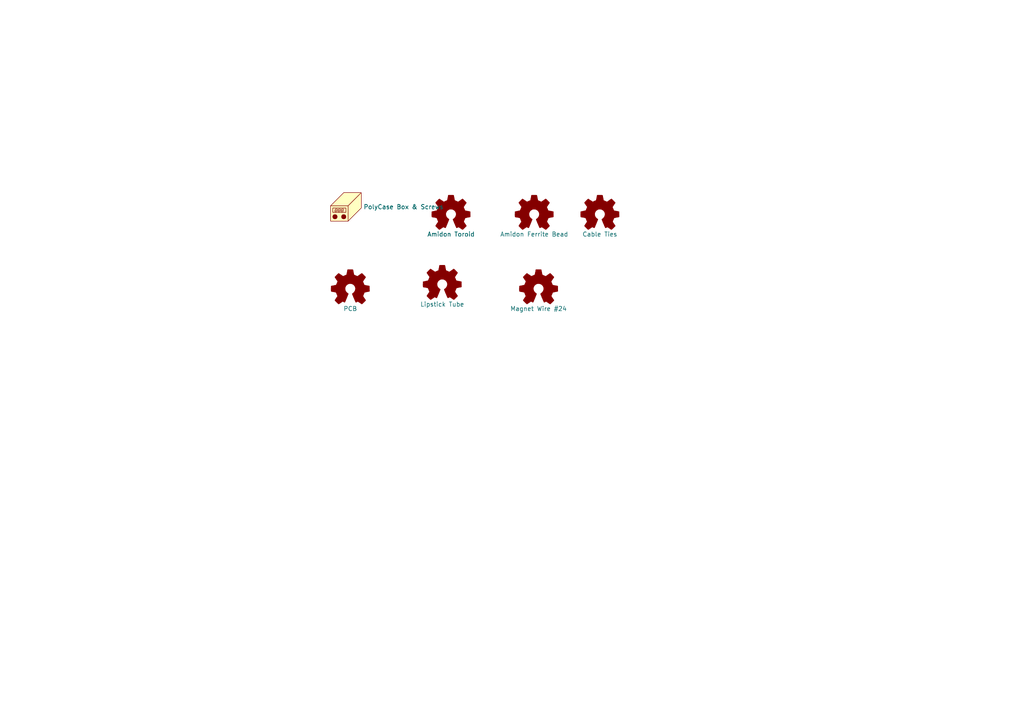
<source format=kicad_sch>
(kicad_sch (version 20250114) (generator "eeschema") (generator_version "9.0")
  (paper "A4")
  (title_block (title "80m Vertical Dipole Fox Antenna") (date "2025-12-30") (rev "X1.0"))
  (lib_symbols
    (symbol "Graphic:Logo_Open_Hardware_Small" (exclude_from_sim yes) (on_board no)
      (property "Value" "Amidon Ferrite Bead" (at 0 -5.715 0))
      (symbol "Logo_Open_Hardware_Small_0_1"
        (polyline (pts (xy 3.3528 -4.3434) (xy 3.302 -4.318) (xy 3.175 -4.2418) (xy 2.9972 -4.1148) (xy 2.7686 -3.9624) (xy 2.54 -3.81) (xy 2.3622 -3.7084) (xy 2.2352 -3.6068) (xy 2.1844 -3.5814) (xy 2.159 -3.6068) (xy 2.0574 -3.6576) (xy 1.905 -3.7338) (xy 1.8034 -3.7846) (xy 1.6764 -3.8354) (xy 1.6002 -3.8354) (xy 1.6002 -3.8354) (xy 1.5494 -3.7338) (xy 1.4732 -3.5306) (xy 1.3462 -3.302) (xy 1.2446 -3.0226) (xy 1.1176 -2.7178) (xy 0.9652 -2.413) (xy 0.8636 -2.1082) (xy 0.7366 -1.8288) (xy 0.6604 -1.6256) (xy 0.6096 -1.4732) (xy 0.5842 -1.397) (xy 0.5842 -1.397) (xy 0.6604 -1.3208) (xy 0.7874 -1.2446) (xy 1.0414 -1.016) (xy 1.2954 -0.6858) (xy 1.4478 -0.3302) (xy 1.524 0.0762) (xy 1.4732 0.4572) (xy 1.3208 0.8128) (xy 1.0668 1.143) (xy 0.762 1.3716) (xy 0.4064 1.524) (xy 0 1.5748) (xy -0.381 1.5494) (xy -0.7366 1.397) (xy -1.0668 1.143) (xy -1.2192 0.9906) (xy -1.397 0.6604) (xy -1.524 0.3048) (xy -1.524 0.2286) (xy -1.4986 -0.1778) (xy -1.397 -0.5334) (xy -1.1938 -0.8636) (xy -0.9144 -1.143) (xy -0.8636 -1.1684) (xy -0.7366 -1.27) (xy -0.635 -1.3462) (xy -0.5842 -1.397) (xy -1.0668 -2.5908) (xy -1.143 -2.794) (xy -1.2954 -3.1242) (xy -1.397 -3.4036) (xy -1.4986 -3.6322) (xy -1.5748 -3.7846) (xy -1.6002 -3.8354) (xy -1.6002 -3.8354) (xy -1.651 -3.8354) (xy -1.7272 -3.81) (xy -1.905 -3.7338) (xy -2.0066 -3.683) (xy -2.1336 -3.6068) (xy -2.2098 -3.5814) (xy -2.2606 -3.6068) (xy -2.3622 -3.683) (xy -2.54 -3.81) (xy -2.7686 -3.9624) (xy -2.9718 -4.0894) (xy -3.1496 -4.2164) (xy -3.302 -4.318) (xy -3.3528 -4.3434) (xy -3.3782 -4.3434) (xy -3.429 -4.318) (xy -3.5306 -4.2164) (xy -3.7084 -4.064) (xy -3.937 -3.8354) (xy -3.9624 -3.81) (xy -4.1656 -3.6068) (xy -4.318 -3.4544) (xy -4.4196 -3.3274) (xy -4.445 -3.2766) (xy -4.445 -3.2766) (xy -4.4196 -3.2258) (xy -4.318 -3.0734) (xy -4.2164 -2.8956) (xy -4.064 -2.667) (xy -3.6576 -2.0828) (xy -3.8862 -1.5494) (xy -3.937 -1.3716) (xy -4.0386 -1.1684) (xy -4.0894 -1.0414) (xy -4.1148 -0.9652) (xy -4.191 -0.9398) (xy -4.318 -0.9144) (xy -4.5466 -0.8636) (xy -4.8006 -0.8128) (xy -5.0546 -0.7874) (xy -5.2578 -0.7366) (xy -5.4356 -0.7112) (xy -5.5118 -0.6858) (xy -5.5118 -0.6858) (xy -5.5372 -0.635) (xy -5.5372 -0.5588) (xy -5.5372 -0.4318) (xy -5.5626 -0.2286) (xy -5.5626 0.0762) (xy -5.5626 0.127) (xy -5.5372 0.4064) (xy -5.5372 0.635) (xy -5.5372 0.762) (xy -5.5372 0.8382) (xy -5.5372 0.8382) (xy -5.461 0.8382) (xy -5.3086 0.889) (xy -5.08 0.9144) (xy -4.826 0.9652) (xy -4.8006 0.9906) (xy -4.5466 1.0414) (xy -4.318 1.0668) (xy -4.1656 1.1176) (xy -4.0894 1.143) (xy -4.0894 1.143) (xy -4.0386 1.2446) (xy -3.9624 1.4224) (xy -3.8608 1.6256) (xy -3.7846 1.8288) (xy -3.7084 2.0066) (xy -3.6576 2.159) (xy -3.6322 2.2098) (xy -3.6322 2.2098) (xy -3.683 2.286) (xy -3.7592 2.413) (xy -3.8862 2.5908) (xy -4.064 2.8194) (xy -4.064 2.8448) (xy -4.2164 3.0734) (xy -4.3434 3.2512) (xy -4.4196 3.3782) (xy -4.445 3.4544) (xy -4.445 3.4544) (xy -4.3942 3.5052) (xy -4.2926 3.6322) (xy -4.1148 3.81) (xy -3.937 4.0132) (xy -3.8608 4.064) (xy -3.6576 4.2926) (xy -3.5052 4.4196) (xy -3.4036 4.4958) (xy -3.3528 4.5212) (xy -3.3528 4.5212) (xy -3.302 4.4704) (xy -3.1496 4.3688) (xy -2.9718 4.2418) (xy -2.7432 4.0894) (xy -2.7178 4.0894) (xy -2.4892 3.937) (xy -2.3114 3.81) (xy -2.1844 3.7084) (xy -2.1336 3.683) (xy -2.1082 3.683) (xy -2.032 3.7084) (xy -1.8542 3.7592) (xy -1.6764 3.8354) (xy -1.4732 3.937) (xy -1.27 4.0132) (xy -1.143 4.064) (xy -1.0668 4.1148) (xy -1.0668 4.1148) (xy -1.0414 4.191) (xy -1.016 4.3434) (xy -0.9652 4.572) (xy -0.9144 4.8514) (xy -0.889 4.9022) (xy -0.8382 5.1562) (xy -0.8128 5.3848) (xy -0.7874 5.5372) (xy -0.762 5.588) (xy -0.7112 5.6134) (xy -0.5842 5.6134) (xy -0.4064 5.6134) (xy -0.1524 5.6134) (xy 0.0762 5.6134) (xy 0.3302 5.6134) (xy 0.5334 5.6134) (xy 0.6858 5.588) (xy 0.7366 5.588) (xy 0.7366 5.588) (xy 0.762 5.5118) (xy 0.8128 5.334) (xy 0.8382 5.1054) (xy 0.9144 4.826) (xy 0.9144 4.7752) (xy 0.9652 4.5212) (xy 1.016 4.2926) (xy 1.0414 4.1402) (xy 1.0668 4.0894) (xy 1.0668 4.0894) (xy 1.1938 4.0386) (xy 1.3716 3.9624) (xy 1.5748 3.8608) (xy 2.0828 3.6576) (xy 2.7178 4.0894) (xy 2.7686 4.1402) (xy 2.9972 4.2926) (xy 3.175 4.4196) (xy 3.302 4.4958) (xy 3.3782 4.5212) (xy 3.3782 4.5212) (xy 3.429 4.4704) (xy 3.556 4.3434) (xy 3.7338 4.191) (xy 3.9116 3.9878) (xy 4.064 3.8354) (xy 4.2418 3.6576) (xy 4.3434 3.556) (xy 4.4196 3.4798) (xy 4.4196 3.429) (xy 4.4196 3.4036) (xy 4.3942 3.3274) (xy 4.2926 3.2004) (xy 4.1656 2.9972) (xy 4.0132 2.794) (xy 3.8862 2.5908) (xy 3.7592 2.3876) (xy 3.6576 2.2352) (xy 3.6322 2.159) (xy 3.6322 2.1336) (xy 3.683 2.0066) (xy 3.7592 1.8288) (xy 3.8608 1.6002) (xy 4.064 1.1176) (xy 4.3942 1.0414) (xy 4.5974 1.016) (xy 4.8768 0.9652) (xy 5.1308 0.9144) (xy 5.5372 0.8382) (xy 5.5626 -0.6604) (xy 5.4864 -0.6858) (xy 5.4356 -0.6858) (xy 5.2832 -0.7366) (xy 5.0546 -0.762) (xy 4.8006 -0.8128) (xy 4.5974 -0.8636) (xy 4.3688 -0.9144) (xy 4.2164 -0.9398) (xy 4.1402 -0.9398) (xy 4.1148 -0.9652) (xy 4.064 -1.0668) (xy 3.9878 -1.2446) (xy 3.9116 -1.4478) (xy 3.81 -1.651) (xy 3.7338 -1.8542) (xy 3.683 -2.0066) (xy 3.6576 -2.0828) (xy 3.683 -2.1336) (xy 3.7846 -2.2606) (xy 3.8862 -2.4638) (xy 4.0386 -2.667) (xy 4.191 -2.8956) (xy 4.318 -3.0734) (xy 4.3942 -3.2004) (xy 4.445 -3.2766) (xy 4.4196 -3.3274) (xy 4.3434 -3.429) (xy 4.1656 -3.5814) (xy 3.937 -3.8354) (xy 3.8862 -3.8608) (xy 3.683 -4.064) (xy 3.5306 -4.2164) (xy 3.4036 -4.318) (xy 3.3528 -4.3434)) (fill (type outline)))
      )
    )
    (symbol "Logo_Open_Hardware_Small_1" (exclude_from_sim yes) (on_board no)
      (property "Value" "Amidon Ferrite Bead" (at 0 -5.715 0))
      (symbol "Logo_Open_Hardware_Small_1_0_1"
        (polyline (pts (xy 3.3528 -4.3434) (xy 3.302 -4.318) (xy 3.175 -4.2418) (xy 2.9972 -4.1148) (xy 2.7686 -3.9624) (xy 2.54 -3.81) (xy 2.3622 -3.7084) (xy 2.2352 -3.6068) (xy 2.1844 -3.5814) (xy 2.159 -3.6068) (xy 2.0574 -3.6576) (xy 1.905 -3.7338) (xy 1.8034 -3.7846) (xy 1.6764 -3.8354) (xy 1.6002 -3.8354) (xy 1.6002 -3.8354) (xy 1.5494 -3.7338) (xy 1.4732 -3.5306) (xy 1.3462 -3.302) (xy 1.2446 -3.0226) (xy 1.1176 -2.7178) (xy 0.9652 -2.413) (xy 0.8636 -2.1082) (xy 0.7366 -1.8288) (xy 0.6604 -1.6256) (xy 0.6096 -1.4732) (xy 0.5842 -1.397) (xy 0.5842 -1.397) (xy 0.6604 -1.3208) (xy 0.7874 -1.2446) (xy 1.0414 -1.016) (xy 1.2954 -0.6858) (xy 1.4478 -0.3302) (xy 1.524 0.0762) (xy 1.4732 0.4572) (xy 1.3208 0.8128) (xy 1.0668 1.143) (xy 0.762 1.3716) (xy 0.4064 1.524) (xy 0 1.5748) (xy -0.381 1.5494) (xy -0.7366 1.397) (xy -1.0668 1.143) (xy -1.2192 0.9906) (xy -1.397 0.6604) (xy -1.524 0.3048) (xy -1.524 0.2286) (xy -1.4986 -0.1778) (xy -1.397 -0.5334) (xy -1.1938 -0.8636) (xy -0.9144 -1.143) (xy -0.8636 -1.1684) (xy -0.7366 -1.27) (xy -0.635 -1.3462) (xy -0.5842 -1.397) (xy -1.0668 -2.5908) (xy -1.143 -2.794) (xy -1.2954 -3.1242) (xy -1.397 -3.4036) (xy -1.4986 -3.6322) (xy -1.5748 -3.7846) (xy -1.6002 -3.8354) (xy -1.6002 -3.8354) (xy -1.651 -3.8354) (xy -1.7272 -3.81) (xy -1.905 -3.7338) (xy -2.0066 -3.683) (xy -2.1336 -3.6068) (xy -2.2098 -3.5814) (xy -2.2606 -3.6068) (xy -2.3622 -3.683) (xy -2.54 -3.81) (xy -2.7686 -3.9624) (xy -2.9718 -4.0894) (xy -3.1496 -4.2164) (xy -3.302 -4.318) (xy -3.3528 -4.3434) (xy -3.3782 -4.3434) (xy -3.429 -4.318) (xy -3.5306 -4.2164) (xy -3.7084 -4.064) (xy -3.937 -3.8354) (xy -3.9624 -3.81) (xy -4.1656 -3.6068) (xy -4.318 -3.4544) (xy -4.4196 -3.3274) (xy -4.445 -3.2766) (xy -4.445 -3.2766) (xy -4.4196 -3.2258) (xy -4.318 -3.0734) (xy -4.2164 -2.8956) (xy -4.064 -2.667) (xy -3.6576 -2.0828) (xy -3.8862 -1.5494) (xy -3.937 -1.3716) (xy -4.0386 -1.1684) (xy -4.0894 -1.0414) (xy -4.1148 -0.9652) (xy -4.191 -0.9398) (xy -4.318 -0.9144) (xy -4.5466 -0.8636) (xy -4.8006 -0.8128) (xy -5.0546 -0.7874) (xy -5.2578 -0.7366) (xy -5.4356 -0.7112) (xy -5.5118 -0.6858) (xy -5.5118 -0.6858) (xy -5.5372 -0.635) (xy -5.5372 -0.5588) (xy -5.5372 -0.4318) (xy -5.5626 -0.2286) (xy -5.5626 0.0762) (xy -5.5626 0.127) (xy -5.5372 0.4064) (xy -5.5372 0.635) (xy -5.5372 0.762) (xy -5.5372 0.8382) (xy -5.5372 0.8382) (xy -5.461 0.8382) (xy -5.3086 0.889) (xy -5.08 0.9144) (xy -4.826 0.9652) (xy -4.8006 0.9906) (xy -4.5466 1.0414) (xy -4.318 1.0668) (xy -4.1656 1.1176) (xy -4.0894 1.143) (xy -4.0894 1.143) (xy -4.0386 1.2446) (xy -3.9624 1.4224) (xy -3.8608 1.6256) (xy -3.7846 1.8288) (xy -3.7084 2.0066) (xy -3.6576 2.159) (xy -3.6322 2.2098) (xy -3.6322 2.2098) (xy -3.683 2.286) (xy -3.7592 2.413) (xy -3.8862 2.5908) (xy -4.064 2.8194) (xy -4.064 2.8448) (xy -4.2164 3.0734) (xy -4.3434 3.2512) (xy -4.4196 3.3782) (xy -4.445 3.4544) (xy -4.445 3.4544) (xy -4.3942 3.5052) (xy -4.2926 3.6322) (xy -4.1148 3.81) (xy -3.937 4.0132) (xy -3.8608 4.064) (xy -3.6576 4.2926) (xy -3.5052 4.4196) (xy -3.4036 4.4958) (xy -3.3528 4.5212) (xy -3.3528 4.5212) (xy -3.302 4.4704) (xy -3.1496 4.3688) (xy -2.9718 4.2418) (xy -2.7432 4.0894) (xy -2.7178 4.0894) (xy -2.4892 3.937) (xy -2.3114 3.81) (xy -2.1844 3.7084) (xy -2.1336 3.683) (xy -2.1082 3.683) (xy -2.032 3.7084) (xy -1.8542 3.7592) (xy -1.6764 3.8354) (xy -1.4732 3.937) (xy -1.27 4.0132) (xy -1.143 4.064) (xy -1.0668 4.1148) (xy -1.0668 4.1148) (xy -1.0414 4.191) (xy -1.016 4.3434) (xy -0.9652 4.572) (xy -0.9144 4.8514) (xy -0.889 4.9022) (xy -0.8382 5.1562) (xy -0.8128 5.3848) (xy -0.7874 5.5372) (xy -0.762 5.588) (xy -0.7112 5.6134) (xy -0.5842 5.6134) (xy -0.4064 5.6134) (xy -0.1524 5.6134) (xy 0.0762 5.6134) (xy 0.3302 5.6134) (xy 0.5334 5.6134) (xy 0.6858 5.588) (xy 0.7366 5.588) (xy 0.7366 5.588) (xy 0.762 5.5118) (xy 0.8128 5.334) (xy 0.8382 5.1054) (xy 0.9144 4.826) (xy 0.9144 4.7752) (xy 0.9652 4.5212) (xy 1.016 4.2926) (xy 1.0414 4.1402) (xy 1.0668 4.0894) (xy 1.0668 4.0894) (xy 1.1938 4.0386) (xy 1.3716 3.9624) (xy 1.5748 3.8608) (xy 2.0828 3.6576) (xy 2.7178 4.0894) (xy 2.7686 4.1402) (xy 2.9972 4.2926) (xy 3.175 4.4196) (xy 3.302 4.4958) (xy 3.3782 4.5212) (xy 3.3782 4.5212) (xy 3.429 4.4704) (xy 3.556 4.3434) (xy 3.7338 4.191) (xy 3.9116 3.9878) (xy 4.064 3.8354) (xy 4.2418 3.6576) (xy 4.3434 3.556) (xy 4.4196 3.4798) (xy 4.4196 3.429) (xy 4.4196 3.4036) (xy 4.3942 3.3274) (xy 4.2926 3.2004) (xy 4.1656 2.9972) (xy 4.0132 2.794) (xy 3.8862 2.5908) (xy 3.7592 2.3876) (xy 3.6576 2.2352) (xy 3.6322 2.159) (xy 3.6322 2.1336) (xy 3.683 2.0066) (xy 3.7592 1.8288) (xy 3.8608 1.6002) (xy 4.064 1.1176) (xy 4.3942 1.0414) (xy 4.5974 1.016) (xy 4.8768 0.9652) (xy 5.1308 0.9144) (xy 5.5372 0.8382) (xy 5.5626 -0.6604) (xy 5.4864 -0.6858) (xy 5.4356 -0.6858) (xy 5.2832 -0.7366) (xy 5.0546 -0.762) (xy 4.8006 -0.8128) (xy 4.5974 -0.8636) (xy 4.3688 -0.9144) (xy 4.2164 -0.9398) (xy 4.1402 -0.9398) (xy 4.1148 -0.9652) (xy 4.064 -1.0668) (xy 3.9878 -1.2446) (xy 3.9116 -1.4478) (xy 3.81 -1.651) (xy 3.7338 -1.8542) (xy 3.683 -2.0066) (xy 3.6576 -2.0828) (xy 3.683 -2.1336) (xy 3.7846 -2.2606) (xy 3.8862 -2.4638) (xy 4.0386 -2.667) (xy 4.191 -2.8956) (xy 4.318 -3.0734) (xy 4.3942 -3.2004) (xy 4.445 -3.2766) (xy 4.4196 -3.3274) (xy 4.3434 -3.429) (xy 4.1656 -3.5814) (xy 3.937 -3.8354) (xy 3.8862 -3.8608) (xy 3.683 -4.064) (xy 3.5306 -4.2164) (xy 3.4036 -4.318) (xy 3.3528 -4.3434)) (fill (type outline)))
      )
    )
    (symbol "Logo_Open_Hardware_Small_2" (exclude_from_sim yes) (on_board no)
      (property "Value" "Amidon Ferrite Bead" (at 0 -5.715 0))
      (symbol "Logo_Open_Hardware_Small_2_0_1"
        (polyline (pts (xy 3.3528 -4.3434) (xy 3.302 -4.318) (xy 3.175 -4.2418) (xy 2.9972 -4.1148) (xy 2.7686 -3.9624) (xy 2.54 -3.81) (xy 2.3622 -3.7084) (xy 2.2352 -3.6068) (xy 2.1844 -3.5814) (xy 2.159 -3.6068) (xy 2.0574 -3.6576) (xy 1.905 -3.7338) (xy 1.8034 -3.7846) (xy 1.6764 -3.8354) (xy 1.6002 -3.8354) (xy 1.6002 -3.8354) (xy 1.5494 -3.7338) (xy 1.4732 -3.5306) (xy 1.3462 -3.302) (xy 1.2446 -3.0226) (xy 1.1176 -2.7178) (xy 0.9652 -2.413) (xy 0.8636 -2.1082) (xy 0.7366 -1.8288) (xy 0.6604 -1.6256) (xy 0.6096 -1.4732) (xy 0.5842 -1.397) (xy 0.5842 -1.397) (xy 0.6604 -1.3208) (xy 0.7874 -1.2446) (xy 1.0414 -1.016) (xy 1.2954 -0.6858) (xy 1.4478 -0.3302) (xy 1.524 0.0762) (xy 1.4732 0.4572) (xy 1.3208 0.8128) (xy 1.0668 1.143) (xy 0.762 1.3716) (xy 0.4064 1.524) (xy 0 1.5748) (xy -0.381 1.5494) (xy -0.7366 1.397) (xy -1.0668 1.143) (xy -1.2192 0.9906) (xy -1.397 0.6604) (xy -1.524 0.3048) (xy -1.524 0.2286) (xy -1.4986 -0.1778) (xy -1.397 -0.5334) (xy -1.1938 -0.8636) (xy -0.9144 -1.143) (xy -0.8636 -1.1684) (xy -0.7366 -1.27) (xy -0.635 -1.3462) (xy -0.5842 -1.397) (xy -1.0668 -2.5908) (xy -1.143 -2.794) (xy -1.2954 -3.1242) (xy -1.397 -3.4036) (xy -1.4986 -3.6322) (xy -1.5748 -3.7846) (xy -1.6002 -3.8354) (xy -1.6002 -3.8354) (xy -1.651 -3.8354) (xy -1.7272 -3.81) (xy -1.905 -3.7338) (xy -2.0066 -3.683) (xy -2.1336 -3.6068) (xy -2.2098 -3.5814) (xy -2.2606 -3.6068) (xy -2.3622 -3.683) (xy -2.54 -3.81) (xy -2.7686 -3.9624) (xy -2.9718 -4.0894) (xy -3.1496 -4.2164) (xy -3.302 -4.318) (xy -3.3528 -4.3434) (xy -3.3782 -4.3434) (xy -3.429 -4.318) (xy -3.5306 -4.2164) (xy -3.7084 -4.064) (xy -3.937 -3.8354) (xy -3.9624 -3.81) (xy -4.1656 -3.6068) (xy -4.318 -3.4544) (xy -4.4196 -3.3274) (xy -4.445 -3.2766) (xy -4.445 -3.2766) (xy -4.4196 -3.2258) (xy -4.318 -3.0734) (xy -4.2164 -2.8956) (xy -4.064 -2.667) (xy -3.6576 -2.0828) (xy -3.8862 -1.5494) (xy -3.937 -1.3716) (xy -4.0386 -1.1684) (xy -4.0894 -1.0414) (xy -4.1148 -0.9652) (xy -4.191 -0.9398) (xy -4.318 -0.9144) (xy -4.5466 -0.8636) (xy -4.8006 -0.8128) (xy -5.0546 -0.7874) (xy -5.2578 -0.7366) (xy -5.4356 -0.7112) (xy -5.5118 -0.6858) (xy -5.5118 -0.6858) (xy -5.5372 -0.635) (xy -5.5372 -0.5588) (xy -5.5372 -0.4318) (xy -5.5626 -0.2286) (xy -5.5626 0.0762) (xy -5.5626 0.127) (xy -5.5372 0.4064) (xy -5.5372 0.635) (xy -5.5372 0.762) (xy -5.5372 0.8382) (xy -5.5372 0.8382) (xy -5.461 0.8382) (xy -5.3086 0.889) (xy -5.08 0.9144) (xy -4.826 0.9652) (xy -4.8006 0.9906) (xy -4.5466 1.0414) (xy -4.318 1.0668) (xy -4.1656 1.1176) (xy -4.0894 1.143) (xy -4.0894 1.143) (xy -4.0386 1.2446) (xy -3.9624 1.4224) (xy -3.8608 1.6256) (xy -3.7846 1.8288) (xy -3.7084 2.0066) (xy -3.6576 2.159) (xy -3.6322 2.2098) (xy -3.6322 2.2098) (xy -3.683 2.286) (xy -3.7592 2.413) (xy -3.8862 2.5908) (xy -4.064 2.8194) (xy -4.064 2.8448) (xy -4.2164 3.0734) (xy -4.3434 3.2512) (xy -4.4196 3.3782) (xy -4.445 3.4544) (xy -4.445 3.4544) (xy -4.3942 3.5052) (xy -4.2926 3.6322) (xy -4.1148 3.81) (xy -3.937 4.0132) (xy -3.8608 4.064) (xy -3.6576 4.2926) (xy -3.5052 4.4196) (xy -3.4036 4.4958) (xy -3.3528 4.5212) (xy -3.3528 4.5212) (xy -3.302 4.4704) (xy -3.1496 4.3688) (xy -2.9718 4.2418) (xy -2.7432 4.0894) (xy -2.7178 4.0894) (xy -2.4892 3.937) (xy -2.3114 3.81) (xy -2.1844 3.7084) (xy -2.1336 3.683) (xy -2.1082 3.683) (xy -2.032 3.7084) (xy -1.8542 3.7592) (xy -1.6764 3.8354) (xy -1.4732 3.937) (xy -1.27 4.0132) (xy -1.143 4.064) (xy -1.0668 4.1148) (xy -1.0668 4.1148) (xy -1.0414 4.191) (xy -1.016 4.3434) (xy -0.9652 4.572) (xy -0.9144 4.8514) (xy -0.889 4.9022) (xy -0.8382 5.1562) (xy -0.8128 5.3848) (xy -0.7874 5.5372) (xy -0.762 5.588) (xy -0.7112 5.6134) (xy -0.5842 5.6134) (xy -0.4064 5.6134) (xy -0.1524 5.6134) (xy 0.0762 5.6134) (xy 0.3302 5.6134) (xy 0.5334 5.6134) (xy 0.6858 5.588) (xy 0.7366 5.588) (xy 0.7366 5.588) (xy 0.762 5.5118) (xy 0.8128 5.334) (xy 0.8382 5.1054) (xy 0.9144 4.826) (xy 0.9144 4.7752) (xy 0.9652 4.5212) (xy 1.016 4.2926) (xy 1.0414 4.1402) (xy 1.0668 4.0894) (xy 1.0668 4.0894) (xy 1.1938 4.0386) (xy 1.3716 3.9624) (xy 1.5748 3.8608) (xy 2.0828 3.6576) (xy 2.7178 4.0894) (xy 2.7686 4.1402) (xy 2.9972 4.2926) (xy 3.175 4.4196) (xy 3.302 4.4958) (xy 3.3782 4.5212) (xy 3.3782 4.5212) (xy 3.429 4.4704) (xy 3.556 4.3434) (xy 3.7338 4.191) (xy 3.9116 3.9878) (xy 4.064 3.8354) (xy 4.2418 3.6576) (xy 4.3434 3.556) (xy 4.4196 3.4798) (xy 4.4196 3.429) (xy 4.4196 3.4036) (xy 4.3942 3.3274) (xy 4.2926 3.2004) (xy 4.1656 2.9972) (xy 4.0132 2.794) (xy 3.8862 2.5908) (xy 3.7592 2.3876) (xy 3.6576 2.2352) (xy 3.6322 2.159) (xy 3.6322 2.1336) (xy 3.683 2.0066) (xy 3.7592 1.8288) (xy 3.8608 1.6002) (xy 4.064 1.1176) (xy 4.3942 1.0414) (xy 4.5974 1.016) (xy 4.8768 0.9652) (xy 5.1308 0.9144) (xy 5.5372 0.8382) (xy 5.5626 -0.6604) (xy 5.4864 -0.6858) (xy 5.4356 -0.6858) (xy 5.2832 -0.7366) (xy 5.0546 -0.762) (xy 4.8006 -0.8128) (xy 4.5974 -0.8636) (xy 4.3688 -0.9144) (xy 4.2164 -0.9398) (xy 4.1402 -0.9398) (xy 4.1148 -0.9652) (xy 4.064 -1.0668) (xy 3.9878 -1.2446) (xy 3.9116 -1.4478) (xy 3.81 -1.651) (xy 3.7338 -1.8542) (xy 3.683 -2.0066) (xy 3.6576 -2.0828) (xy 3.683 -2.1336) (xy 3.7846 -2.2606) (xy 3.8862 -2.4638) (xy 4.0386 -2.667) (xy 4.191 -2.8956) (xy 4.318 -3.0734) (xy 4.3942 -3.2004) (xy 4.445 -3.2766) (xy 4.4196 -3.3274) (xy 4.3434 -3.429) (xy 4.1656 -3.5814) (xy 3.937 -3.8354) (xy 3.8862 -3.8608) (xy 3.683 -4.064) (xy 3.5306 -4.2164) (xy 3.4036 -4.318) (xy 3.3528 -4.3434)) (fill (type outline)))
      )
    )
    (symbol "Logo_Open_Hardware_Small_3" (exclude_from_sim yes) (on_board no)
      (property "Value" "Amidon Ferrite Bead" (at 0 -5.715 0))
      (symbol "Logo_Open_Hardware_Small_3_0_1"
        (polyline (pts (xy 3.3528 -4.3434) (xy 3.302 -4.318) (xy 3.175 -4.2418) (xy 2.9972 -4.1148) (xy 2.7686 -3.9624) (xy 2.54 -3.81) (xy 2.3622 -3.7084) (xy 2.2352 -3.6068) (xy 2.1844 -3.5814) (xy 2.159 -3.6068) (xy 2.0574 -3.6576) (xy 1.905 -3.7338) (xy 1.8034 -3.7846) (xy 1.6764 -3.8354) (xy 1.6002 -3.8354) (xy 1.6002 -3.8354) (xy 1.5494 -3.7338) (xy 1.4732 -3.5306) (xy 1.3462 -3.302) (xy 1.2446 -3.0226) (xy 1.1176 -2.7178) (xy 0.9652 -2.413) (xy 0.8636 -2.1082) (xy 0.7366 -1.8288) (xy 0.6604 -1.6256) (xy 0.6096 -1.4732) (xy 0.5842 -1.397) (xy 0.5842 -1.397) (xy 0.6604 -1.3208) (xy 0.7874 -1.2446) (xy 1.0414 -1.016) (xy 1.2954 -0.6858) (xy 1.4478 -0.3302) (xy 1.524 0.0762) (xy 1.4732 0.4572) (xy 1.3208 0.8128) (xy 1.0668 1.143) (xy 0.762 1.3716) (xy 0.4064 1.524) (xy 0 1.5748) (xy -0.381 1.5494) (xy -0.7366 1.397) (xy -1.0668 1.143) (xy -1.2192 0.9906) (xy -1.397 0.6604) (xy -1.524 0.3048) (xy -1.524 0.2286) (xy -1.4986 -0.1778) (xy -1.397 -0.5334) (xy -1.1938 -0.8636) (xy -0.9144 -1.143) (xy -0.8636 -1.1684) (xy -0.7366 -1.27) (xy -0.635 -1.3462) (xy -0.5842 -1.397) (xy -1.0668 -2.5908) (xy -1.143 -2.794) (xy -1.2954 -3.1242) (xy -1.397 -3.4036) (xy -1.4986 -3.6322) (xy -1.5748 -3.7846) (xy -1.6002 -3.8354) (xy -1.6002 -3.8354) (xy -1.651 -3.8354) (xy -1.7272 -3.81) (xy -1.905 -3.7338) (xy -2.0066 -3.683) (xy -2.1336 -3.6068) (xy -2.2098 -3.5814) (xy -2.2606 -3.6068) (xy -2.3622 -3.683) (xy -2.54 -3.81) (xy -2.7686 -3.9624) (xy -2.9718 -4.0894) (xy -3.1496 -4.2164) (xy -3.302 -4.318) (xy -3.3528 -4.3434) (xy -3.3782 -4.3434) (xy -3.429 -4.318) (xy -3.5306 -4.2164) (xy -3.7084 -4.064) (xy -3.937 -3.8354) (xy -3.9624 -3.81) (xy -4.1656 -3.6068) (xy -4.318 -3.4544) (xy -4.4196 -3.3274) (xy -4.445 -3.2766) (xy -4.445 -3.2766) (xy -4.4196 -3.2258) (xy -4.318 -3.0734) (xy -4.2164 -2.8956) (xy -4.064 -2.667) (xy -3.6576 -2.0828) (xy -3.8862 -1.5494) (xy -3.937 -1.3716) (xy -4.0386 -1.1684) (xy -4.0894 -1.0414) (xy -4.1148 -0.9652) (xy -4.191 -0.9398) (xy -4.318 -0.9144) (xy -4.5466 -0.8636) (xy -4.8006 -0.8128) (xy -5.0546 -0.7874) (xy -5.2578 -0.7366) (xy -5.4356 -0.7112) (xy -5.5118 -0.6858) (xy -5.5118 -0.6858) (xy -5.5372 -0.635) (xy -5.5372 -0.5588) (xy -5.5372 -0.4318) (xy -5.5626 -0.2286) (xy -5.5626 0.0762) (xy -5.5626 0.127) (xy -5.5372 0.4064) (xy -5.5372 0.635) (xy -5.5372 0.762) (xy -5.5372 0.8382) (xy -5.5372 0.8382) (xy -5.461 0.8382) (xy -5.3086 0.889) (xy -5.08 0.9144) (xy -4.826 0.9652) (xy -4.8006 0.9906) (xy -4.5466 1.0414) (xy -4.318 1.0668) (xy -4.1656 1.1176) (xy -4.0894 1.143) (xy -4.0894 1.143) (xy -4.0386 1.2446) (xy -3.9624 1.4224) (xy -3.8608 1.6256) (xy -3.7846 1.8288) (xy -3.7084 2.0066) (xy -3.6576 2.159) (xy -3.6322 2.2098) (xy -3.6322 2.2098) (xy -3.683 2.286) (xy -3.7592 2.413) (xy -3.8862 2.5908) (xy -4.064 2.8194) (xy -4.064 2.8448) (xy -4.2164 3.0734) (xy -4.3434 3.2512) (xy -4.4196 3.3782) (xy -4.445 3.4544) (xy -4.445 3.4544) (xy -4.3942 3.5052) (xy -4.2926 3.6322) (xy -4.1148 3.81) (xy -3.937 4.0132) (xy -3.8608 4.064) (xy -3.6576 4.2926) (xy -3.5052 4.4196) (xy -3.4036 4.4958) (xy -3.3528 4.5212) (xy -3.3528 4.5212) (xy -3.302 4.4704) (xy -3.1496 4.3688) (xy -2.9718 4.2418) (xy -2.7432 4.0894) (xy -2.7178 4.0894) (xy -2.4892 3.937) (xy -2.3114 3.81) (xy -2.1844 3.7084) (xy -2.1336 3.683) (xy -2.1082 3.683) (xy -2.032 3.7084) (xy -1.8542 3.7592) (xy -1.6764 3.8354) (xy -1.4732 3.937) (xy -1.27 4.0132) (xy -1.143 4.064) (xy -1.0668 4.1148) (xy -1.0668 4.1148) (xy -1.0414 4.191) (xy -1.016 4.3434) (xy -0.9652 4.572) (xy -0.9144 4.8514) (xy -0.889 4.9022) (xy -0.8382 5.1562) (xy -0.8128 5.3848) (xy -0.7874 5.5372) (xy -0.762 5.588) (xy -0.7112 5.6134) (xy -0.5842 5.6134) (xy -0.4064 5.6134) (xy -0.1524 5.6134) (xy 0.0762 5.6134) (xy 0.3302 5.6134) (xy 0.5334 5.6134) (xy 0.6858 5.588) (xy 0.7366 5.588) (xy 0.7366 5.588) (xy 0.762 5.5118) (xy 0.8128 5.334) (xy 0.8382 5.1054) (xy 0.9144 4.826) (xy 0.9144 4.7752) (xy 0.9652 4.5212) (xy 1.016 4.2926) (xy 1.0414 4.1402) (xy 1.0668 4.0894) (xy 1.0668 4.0894) (xy 1.1938 4.0386) (xy 1.3716 3.9624) (xy 1.5748 3.8608) (xy 2.0828 3.6576) (xy 2.7178 4.0894) (xy 2.7686 4.1402) (xy 2.9972 4.2926) (xy 3.175 4.4196) (xy 3.302 4.4958) (xy 3.3782 4.5212) (xy 3.3782 4.5212) (xy 3.429 4.4704) (xy 3.556 4.3434) (xy 3.7338 4.191) (xy 3.9116 3.9878) (xy 4.064 3.8354) (xy 4.2418 3.6576) (xy 4.3434 3.556) (xy 4.4196 3.4798) (xy 4.4196 3.429) (xy 4.4196 3.4036) (xy 4.3942 3.3274) (xy 4.2926 3.2004) (xy 4.1656 2.9972) (xy 4.0132 2.794) (xy 3.8862 2.5908) (xy 3.7592 2.3876) (xy 3.6576 2.2352) (xy 3.6322 2.159) (xy 3.6322 2.1336) (xy 3.683 2.0066) (xy 3.7592 1.8288) (xy 3.8608 1.6002) (xy 4.064 1.1176) (xy 4.3942 1.0414) (xy 4.5974 1.016) (xy 4.8768 0.9652) (xy 5.1308 0.9144) (xy 5.5372 0.8382) (xy 5.5626 -0.6604) (xy 5.4864 -0.6858) (xy 5.4356 -0.6858) (xy 5.2832 -0.7366) (xy 5.0546 -0.762) (xy 4.8006 -0.8128) (xy 4.5974 -0.8636) (xy 4.3688 -0.9144) (xy 4.2164 -0.9398) (xy 4.1402 -0.9398) (xy 4.1148 -0.9652) (xy 4.064 -1.0668) (xy 3.9878 -1.2446) (xy 3.9116 -1.4478) (xy 3.81 -1.651) (xy 3.7338 -1.8542) (xy 3.683 -2.0066) (xy 3.6576 -2.0828) (xy 3.683 -2.1336) (xy 3.7846 -2.2606) (xy 3.8862 -2.4638) (xy 4.0386 -2.667) (xy 4.191 -2.8956) (xy 4.318 -3.0734) (xy 4.3942 -3.2004) (xy 4.445 -3.2766) (xy 4.4196 -3.3274) (xy 4.3434 -3.429) (xy 4.1656 -3.5814) (xy 3.937 -3.8354) (xy 3.8862 -3.8608) (xy 3.683 -4.064) (xy 3.5306 -4.2164) (xy 3.4036 -4.318) (xy 3.3528 -4.3434)) (fill (type outline)))
      )
    )
    (symbol "Logo_Open_Hardware_Small_5" (exclude_from_sim yes) (on_board no)
      (property "Value" "Amidon Ferrite Bead" (at 0 -5.715 0))
      (symbol "Logo_Open_Hardware_Small_5_0_1"
        (polyline (pts (xy 3.3528 -4.3434) (xy 3.302 -4.318) (xy 3.175 -4.2418) (xy 2.9972 -4.1148) (xy 2.7686 -3.9624) (xy 2.54 -3.81) (xy 2.3622 -3.7084) (xy 2.2352 -3.6068) (xy 2.1844 -3.5814) (xy 2.159 -3.6068) (xy 2.0574 -3.6576) (xy 1.905 -3.7338) (xy 1.8034 -3.7846) (xy 1.6764 -3.8354) (xy 1.6002 -3.8354) (xy 1.6002 -3.8354) (xy 1.5494 -3.7338) (xy 1.4732 -3.5306) (xy 1.3462 -3.302) (xy 1.2446 -3.0226) (xy 1.1176 -2.7178) (xy 0.9652 -2.413) (xy 0.8636 -2.1082) (xy 0.7366 -1.8288) (xy 0.6604 -1.6256) (xy 0.6096 -1.4732) (xy 0.5842 -1.397) (xy 0.5842 -1.397) (xy 0.6604 -1.3208) (xy 0.7874 -1.2446) (xy 1.0414 -1.016) (xy 1.2954 -0.6858) (xy 1.4478 -0.3302) (xy 1.524 0.0762) (xy 1.4732 0.4572) (xy 1.3208 0.8128) (xy 1.0668 1.143) (xy 0.762 1.3716) (xy 0.4064 1.524) (xy 0 1.5748) (xy -0.381 1.5494) (xy -0.7366 1.397) (xy -1.0668 1.143) (xy -1.2192 0.9906) (xy -1.397 0.6604) (xy -1.524 0.3048) (xy -1.524 0.2286) (xy -1.4986 -0.1778) (xy -1.397 -0.5334) (xy -1.1938 -0.8636) (xy -0.9144 -1.143) (xy -0.8636 -1.1684) (xy -0.7366 -1.27) (xy -0.635 -1.3462) (xy -0.5842 -1.397) (xy -1.0668 -2.5908) (xy -1.143 -2.794) (xy -1.2954 -3.1242) (xy -1.397 -3.4036) (xy -1.4986 -3.6322) (xy -1.5748 -3.7846) (xy -1.6002 -3.8354) (xy -1.6002 -3.8354) (xy -1.651 -3.8354) (xy -1.7272 -3.81) (xy -1.905 -3.7338) (xy -2.0066 -3.683) (xy -2.1336 -3.6068) (xy -2.2098 -3.5814) (xy -2.2606 -3.6068) (xy -2.3622 -3.683) (xy -2.54 -3.81) (xy -2.7686 -3.9624) (xy -2.9718 -4.0894) (xy -3.1496 -4.2164) (xy -3.302 -4.318) (xy -3.3528 -4.3434) (xy -3.3782 -4.3434) (xy -3.429 -4.318) (xy -3.5306 -4.2164) (xy -3.7084 -4.064) (xy -3.937 -3.8354) (xy -3.9624 -3.81) (xy -4.1656 -3.6068) (xy -4.318 -3.4544) (xy -4.4196 -3.3274) (xy -4.445 -3.2766) (xy -4.445 -3.2766) (xy -4.4196 -3.2258) (xy -4.318 -3.0734) (xy -4.2164 -2.8956) (xy -4.064 -2.667) (xy -3.6576 -2.0828) (xy -3.8862 -1.5494) (xy -3.937 -1.3716) (xy -4.0386 -1.1684) (xy -4.0894 -1.0414) (xy -4.1148 -0.9652) (xy -4.191 -0.9398) (xy -4.318 -0.9144) (xy -4.5466 -0.8636) (xy -4.8006 -0.8128) (xy -5.0546 -0.7874) (xy -5.2578 -0.7366) (xy -5.4356 -0.7112) (xy -5.5118 -0.6858) (xy -5.5118 -0.6858) (xy -5.5372 -0.635) (xy -5.5372 -0.5588) (xy -5.5372 -0.4318) (xy -5.5626 -0.2286) (xy -5.5626 0.0762) (xy -5.5626 0.127) (xy -5.5372 0.4064) (xy -5.5372 0.635) (xy -5.5372 0.762) (xy -5.5372 0.8382) (xy -5.5372 0.8382) (xy -5.461 0.8382) (xy -5.3086 0.889) (xy -5.08 0.9144) (xy -4.826 0.9652) (xy -4.8006 0.9906) (xy -4.5466 1.0414) (xy -4.318 1.0668) (xy -4.1656 1.1176) (xy -4.0894 1.143) (xy -4.0894 1.143) (xy -4.0386 1.2446) (xy -3.9624 1.4224) (xy -3.8608 1.6256) (xy -3.7846 1.8288) (xy -3.7084 2.0066) (xy -3.6576 2.159) (xy -3.6322 2.2098) (xy -3.6322 2.2098) (xy -3.683 2.286) (xy -3.7592 2.413) (xy -3.8862 2.5908) (xy -4.064 2.8194) (xy -4.064 2.8448) (xy -4.2164 3.0734) (xy -4.3434 3.2512) (xy -4.4196 3.3782) (xy -4.445 3.4544) (xy -4.445 3.4544) (xy -4.3942 3.5052) (xy -4.2926 3.6322) (xy -4.1148 3.81) (xy -3.937 4.0132) (xy -3.8608 4.064) (xy -3.6576 4.2926) (xy -3.5052 4.4196) (xy -3.4036 4.4958) (xy -3.3528 4.5212) (xy -3.3528 4.5212) (xy -3.302 4.4704) (xy -3.1496 4.3688) (xy -2.9718 4.2418) (xy -2.7432 4.0894) (xy -2.7178 4.0894) (xy -2.4892 3.937) (xy -2.3114 3.81) (xy -2.1844 3.7084) (xy -2.1336 3.683) (xy -2.1082 3.683) (xy -2.032 3.7084) (xy -1.8542 3.7592) (xy -1.6764 3.8354) (xy -1.4732 3.937) (xy -1.27 4.0132) (xy -1.143 4.064) (xy -1.0668 4.1148) (xy -1.0668 4.1148) (xy -1.0414 4.191) (xy -1.016 4.3434) (xy -0.9652 4.572) (xy -0.9144 4.8514) (xy -0.889 4.9022) (xy -0.8382 5.1562) (xy -0.8128 5.3848) (xy -0.7874 5.5372) (xy -0.762 5.588) (xy -0.7112 5.6134) (xy -0.5842 5.6134) (xy -0.4064 5.6134) (xy -0.1524 5.6134) (xy 0.0762 5.6134) (xy 0.3302 5.6134) (xy 0.5334 5.6134) (xy 0.6858 5.588) (xy 0.7366 5.588) (xy 0.7366 5.588) (xy 0.762 5.5118) (xy 0.8128 5.334) (xy 0.8382 5.1054) (xy 0.9144 4.826) (xy 0.9144 4.7752) (xy 0.9652 4.5212) (xy 1.016 4.2926) (xy 1.0414 4.1402) (xy 1.0668 4.0894) (xy 1.0668 4.0894) (xy 1.1938 4.0386) (xy 1.3716 3.9624) (xy 1.5748 3.8608) (xy 2.0828 3.6576) (xy 2.7178 4.0894) (xy 2.7686 4.1402) (xy 2.9972 4.2926) (xy 3.175 4.4196) (xy 3.302 4.4958) (xy 3.3782 4.5212) (xy 3.3782 4.5212) (xy 3.429 4.4704) (xy 3.556 4.3434) (xy 3.7338 4.191) (xy 3.9116 3.9878) (xy 4.064 3.8354) (xy 4.2418 3.6576) (xy 4.3434 3.556) (xy 4.4196 3.4798) (xy 4.4196 3.429) (xy 4.4196 3.4036) (xy 4.3942 3.3274) (xy 4.2926 3.2004) (xy 4.1656 2.9972) (xy 4.0132 2.794) (xy 3.8862 2.5908) (xy 3.7592 2.3876) (xy 3.6576 2.2352) (xy 3.6322 2.159) (xy 3.6322 2.1336) (xy 3.683 2.0066) (xy 3.7592 1.8288) (xy 3.8608 1.6002) (xy 4.064 1.1176) (xy 4.3942 1.0414) (xy 4.5974 1.016) (xy 4.8768 0.9652) (xy 5.1308 0.9144) (xy 5.5372 0.8382) (xy 5.5626 -0.6604) (xy 5.4864 -0.6858) (xy 5.4356 -0.6858) (xy 5.2832 -0.7366) (xy 5.0546 -0.762) (xy 4.8006 -0.8128) (xy 4.5974 -0.8636) (xy 4.3688 -0.9144) (xy 4.2164 -0.9398) (xy 4.1402 -0.9398) (xy 4.1148 -0.9652) (xy 4.064 -1.0668) (xy 3.9878 -1.2446) (xy 3.9116 -1.4478) (xy 3.81 -1.651) (xy 3.7338 -1.8542) (xy 3.683 -2.0066) (xy 3.6576 -2.0828) (xy 3.683 -2.1336) (xy 3.7846 -2.2606) (xy 3.8862 -2.4638) (xy 4.0386 -2.667) (xy 4.191 -2.8956) (xy 4.318 -3.0734) (xy 4.3942 -3.2004) (xy 4.445 -3.2766) (xy 4.4196 -3.3274) (xy 4.3434 -3.429) (xy 4.1656 -3.5814) (xy 3.937 -3.8354) (xy 3.8862 -3.8608) (xy 3.683 -4.064) (xy 3.5306 -4.2164) (xy 3.4036 -4.318) (xy 3.3528 -4.3434)) (fill (type outline)))
      )
    )
    (symbol "Mechanical:Housing" (pin_names (offset 1.016))
      (property "Reference" "N" (at 3.81 0 0))
      (property "Value" "Housing" (at 3.81 -1.905 0))
      (symbol "Housing_0_1"
        (polyline (pts (xy -5.715 0) (xy -0.635 0) (xy 3.175 3.81)))
        (polyline (pts (xy -5.715 0) (xy -5.715 -4.445) (xy -0.635 -4.445) (xy 3.175 -0.635) (xy 3.175 3.81) (xy -1.905 3.81) (xy -5.715 0)) (fill (type background)))
        (rectangle (start -5.08 -0.635) (end -1.27 -1.905))
        (polyline (pts (xy -4.5212 -1.5748) (xy -4.4704 -1.3716)))
        (circle (center -4.445 -3.175) (radius 0.635) (fill (type outline)))
        (polyline (pts (xy -4.4196 -1.2192) (xy -4.3688 -0.9652)))
        (polyline (pts (xy -4.4196 -1.6764) (xy -4.064 -1.6764)))
        (polyline (pts (xy -4.318 -1.3208) (xy -4.0132 -1.3208)))
        (polyline (pts (xy -4.2164 -0.9144) (xy -3.9116 -0.9144)))
        (polyline (pts (xy -3.9116 -1.6256) (xy -3.8608 -1.3716)))
        (polyline (pts (xy -3.81 -1.2192) (xy -3.7592 -0.9652)))
        (polyline (pts (xy -3.6068 -1.5748) (xy -3.556 -1.3716)))
        (polyline (pts (xy -3.5052 -1.2192) (xy -3.4544 -0.9652)))
        (polyline (pts (xy -3.5052 -1.6764) (xy -3.1496 -1.6764)))
        (polyline (pts (xy -3.4036 -1.3208) (xy -3.0988 -1.3208)))
        (polyline (pts (xy -3.302 -0.9144) (xy -2.9972 -0.9144)))
        (polyline (pts (xy -2.9972 -1.6256) (xy -2.9464 -1.3716)))
        (polyline (pts (xy -2.8956 -1.2192) (xy -2.8448 -0.9652)))
        (polyline (pts (xy -2.6924 -1.5748) (xy -2.6416 -1.3716)))
        (polyline (pts (xy -2.5908 -1.2192) (xy -2.54 -0.9652)))
        (polyline (pts (xy -2.5908 -1.6764) (xy -2.2352 -1.6764)))
        (polyline (pts (xy -2.4892 -1.3208) (xy -2.1844 -1.3208)))
        (polyline (pts (xy -2.3876 -0.9144) (xy -2.0828 -0.9144)))
        (polyline (pts (xy -2.0828 -1.6256) (xy -2.032 -1.3716)))
        (polyline (pts (xy -1.9812 -1.2192) (xy -1.9304 -0.9652)))
        (circle (center -1.905 -3.175) (radius 0.635) (fill (type outline)))
        (polyline (pts (xy -0.635 0) (xy -0.635 -4.445)))
      )
    )
  )
  (symbol (lib_id "Mechanical:Housing") (at 101.6 59.69 0) (unit 1) (exclude_from_sim yes) (on_board no)
    (property "Reference" "N201" (effects (hide yes)))
    (property "Value" "PolyCase Box & Screws" (at 105.41 60.0074 0) (effects (justify left)))
    (property "Description" "Housing" (effects (hide yes)))
  )
  (symbol (lib_name "Logo_Open_Hardware_Small_3") (lib_id "Graphic:Logo_Open_Hardware_Small") (at 173.99 62.23 0) (unit 1) (exclude_from_sim yes) (on_board no)
    (property "Reference" "#SYM206" (effects (hide yes)))
    (property "Value" "Cable Ties" (at 173.99 67.945 0))
    (property "Description" "Open Hardware logo, small" (effects (hide yes)))
    (property "Sim.Enable" "0" (effects (hide yes)))
  )
  (symbol (lib_name "Logo_Open_Hardware_Small_2") (lib_id "Graphic:Logo_Open_Hardware_Small") (at 154.94 62.23 0) (unit 1) (exclude_from_sim yes) (on_board no)
    (property "Reference" "#SYM205" (effects (hide yes)))
    (property "Value" "Amidon Ferrite Bead" (at 154.94 67.945 0))
    (property "Description" "Open Hardware logo, small" (effects (hide yes)))
    (property "Sim.Enable" "0" (effects (hide yes)))
  )
  (symbol (lib_name "Logo_Open_Hardware_Small_1") (lib_id "Graphic:Logo_Open_Hardware_Small") (at 130.81 62.23 0) (unit 1) (exclude_from_sim yes) (on_board no)
    (property "Reference" "#SYM204" (effects (hide yes)))
    (property "Value" "Amidon Toroid" (at 130.81 67.945 0))
    (property "Description" "Open Hardware logo, small" (effects (hide yes)))
    (property "Sim.Enable" "0" (effects (hide yes)))
  )
  (symbol (lib_id "Graphic:Logo_Open_Hardware_Small") (at 128.27 82.55 0) (unit 1) (exclude_from_sim yes) (on_board no)
    (property "Reference" "#SYM201" (effects (hide yes)))
    (property "Value" "Lipstick Tube" (at 128.27 88.265 0))
    (property "Description" "Open Hardware logo, small" (effects (hide yes)))
  )
  (symbol (lib_id "Graphic:Logo_Open_Hardware_Small") (at 156.21 83.82 0) (unit 1) (exclude_from_sim yes) (on_board no)
    (property "Reference" "#SYM203" (effects (hide yes)))
    (property "Value" "Magnet Wire #24" (at 156.21 89.535 0))
    (property "Description" "Open Hardware logo, small" (effects (hide yes)))
  )
  (symbol (lib_name "Logo_Open_Hardware_Small_5") (lib_id "Graphic:Logo_Open_Hardware_Small") (at 101.6 83.82 0) (unit 1) (exclude_from_sim yes) (on_board no)
    (property "Reference" "#SYM202" (effects (hide yes)))
    (property "Value" "PCB" (at 101.6 89.535 0))
    (property "Description" "Open Hardware logo, small" (effects (hide yes)))
    (property "Sim.Enable" "0" (effects (hide yes)))
  )
)
</source>
